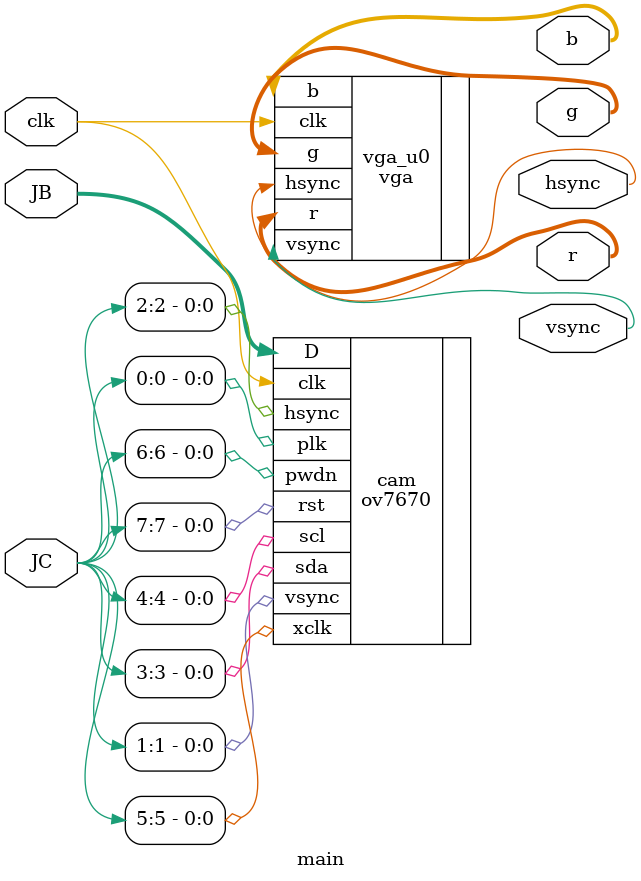
<source format=sv>
`timescale 1ns/1ps
module main #(
)
(
    input clk,
    input [7:0] JB,
    output reg [3:0] r, g, b,
    inout [7:0] JC,
    // output [7:4] JC,
    output reg hsync, vsync
);
    vga vga_u0 (.clk(clk), .r(r), .g(g), .b(b), .hsync(hsync), .vsync(vsync));
    ov7670 cam (.clk(clk), .plk(JC[0]), .D(JB), .vsync(JC[1]), .hsync(JC[2]), .sda(JC[3]), .scl(JC[4]), .xclk(JC[5]), .pwdn(JC[6]), .rst(JC[7]));
    // assign JC = {1'b0, 1'b0, hsync, vsync};
endmodule

</source>
